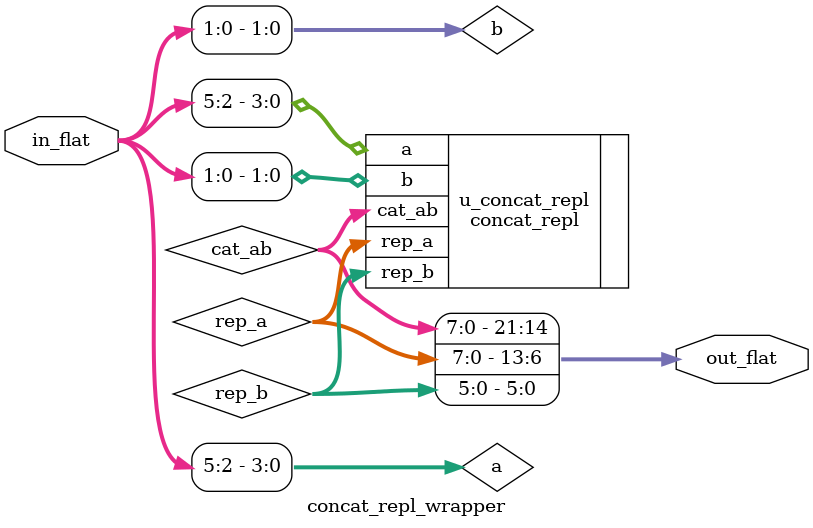
<source format=sv>
module concat_repl_wrapper (
    input  wire [5:0] in_flat,
    output wire [21:0] out_flat
);

  // Slice `in_flat` into original inputs
  wire [3:0] a = in_flat[5:2];
  wire [1:0] b = in_flat[1:0];

  // Wires to capture original module outputs
  wire [7:0] cat_ab;
  wire [7:0] rep_a;
  wire [5:0] rep_b;

  // Instantiate the original module
  concat_repl u_concat_repl (
    .a(a),
    .b(b),
    .cat_ab(cat_ab),
    .rep_a(rep_a),
    .rep_b(rep_b)
  );

  // Pack original outputs into `out_flat`
  assign out_flat[21:14] = cat_ab;
  assign out_flat[13:6] = rep_a;
  assign out_flat[5:0] = rep_b;

endmodule  // concat_repl_wrapper
</source>
